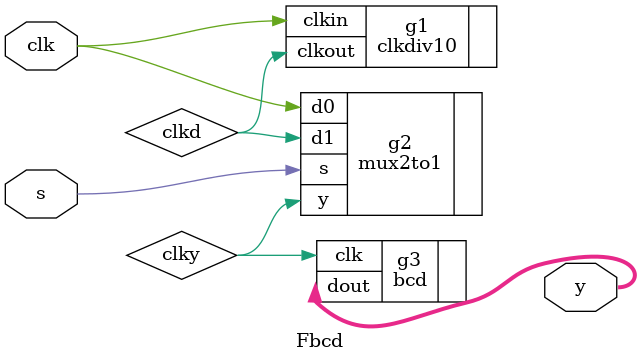
<source format=v>
`timescale 1ns / 1ps


module Fbcd(clk,s,y);
input clk,s;
output [3:0]y; 
wire clkd,clky;
clkdiv10 g1(.clkin(clk), .clkout(clkd));
mux2to1 g2(.d0(clk), .d1(clkd),.s(s),.y(clky)); 
bcd g3(.clk(clky), .dout(y));




endmodule

</source>
